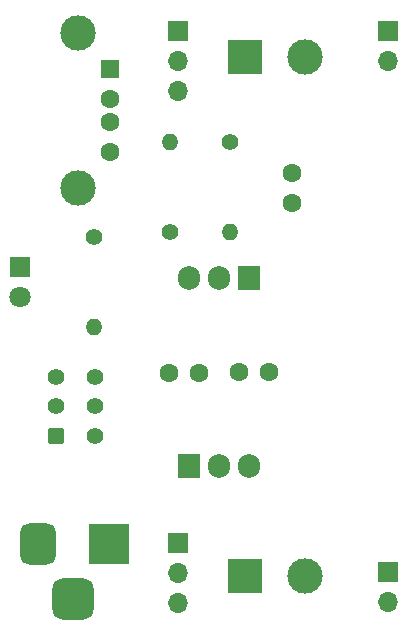
<source format=gbr>
%TF.GenerationSoftware,KiCad,Pcbnew,8.0.8*%
%TF.CreationDate,2025-01-22T21:37:19-04:00*%
%TF.ProjectId,Breadboard-3.3V-5V-power-supply,42726561-6462-46f6-9172-642d332e3356,1*%
%TF.SameCoordinates,Original*%
%TF.FileFunction,Soldermask,Bot*%
%TF.FilePolarity,Negative*%
%FSLAX46Y46*%
G04 Gerber Fmt 4.6, Leading zero omitted, Abs format (unit mm)*
G04 Created by KiCad (PCBNEW 8.0.8) date 2025-01-22 21:37:19*
%MOMM*%
%LPD*%
G01*
G04 APERTURE LIST*
G04 Aperture macros list*
%AMRoundRect*
0 Rectangle with rounded corners*
0 $1 Rounding radius*
0 $2 $3 $4 $5 $6 $7 $8 $9 X,Y pos of 4 corners*
0 Add a 4 corners polygon primitive as box body*
4,1,4,$2,$3,$4,$5,$6,$7,$8,$9,$2,$3,0*
0 Add four circle primitives for the rounded corners*
1,1,$1+$1,$2,$3*
1,1,$1+$1,$4,$5*
1,1,$1+$1,$6,$7*
1,1,$1+$1,$8,$9*
0 Add four rect primitives between the rounded corners*
20,1,$1+$1,$2,$3,$4,$5,0*
20,1,$1+$1,$4,$5,$6,$7,0*
20,1,$1+$1,$6,$7,$8,$9,0*
20,1,$1+$1,$8,$9,$2,$3,0*%
G04 Aperture macros list end*
%ADD10R,1.800000X1.800000*%
%ADD11C,1.800000*%
%ADD12C,1.400000*%
%ADD13O,1.400000X1.400000*%
%ADD14R,1.700000X1.700000*%
%ADD15O,1.700000X1.700000*%
%ADD16R,1.500000X1.600000*%
%ADD17C,1.600000*%
%ADD18C,3.000000*%
%ADD19R,1.905000X2.000000*%
%ADD20O,1.905000X2.000000*%
%ADD21RoundRect,0.250000X0.450000X-0.450000X0.450000X0.450000X-0.450000X0.450000X-0.450000X-0.450000X0*%
%ADD22R,3.000000X3.000000*%
%ADD23R,3.500000X3.500000*%
%ADD24RoundRect,0.750000X-0.750000X-1.000000X0.750000X-1.000000X0.750000X1.000000X-0.750000X1.000000X0*%
%ADD25RoundRect,0.875000X-0.875000X-0.875000X0.875000X-0.875000X0.875000X0.875000X-0.875000X0.875000X0*%
G04 APERTURE END LIST*
D10*
%TO.C,D1*%
X135310400Y-93570400D03*
D11*
X135310400Y-96110400D03*
%TD*%
D12*
%TO.C,R2*%
X147985000Y-90654400D03*
D13*
X147985000Y-83034400D03*
%TD*%
D14*
%TO.C,J6*%
X148620000Y-116932600D03*
D15*
X148620000Y-119472600D03*
X148620000Y-122012600D03*
%TD*%
D16*
%TO.C,J1*%
X142926400Y-76840200D03*
D17*
X142926400Y-79340200D03*
X142926400Y-81340200D03*
X142926400Y-83840200D03*
D18*
X140216400Y-73770200D03*
X140216400Y-86910200D03*
%TD*%
D19*
%TO.C,U1*%
X154665200Y-94540600D03*
D20*
X152125200Y-94540600D03*
X149585200Y-94540600D03*
%TD*%
D19*
%TO.C,U2*%
X149585200Y-110466400D03*
D20*
X152125200Y-110466400D03*
X154665200Y-110466400D03*
%TD*%
D17*
%TO.C,C3*%
X158348200Y-85650600D03*
X158348200Y-88150600D03*
%TD*%
D12*
%TO.C,R1*%
X141545400Y-91035400D03*
D13*
X141545400Y-98655400D03*
%TD*%
D21*
%TO.C,SW1*%
X138345400Y-107897200D03*
D12*
X138345400Y-105397200D03*
X138345400Y-102897200D03*
X141645400Y-102897200D03*
X141645400Y-105397200D03*
X141645400Y-107897200D03*
%TD*%
D22*
%TO.C,J8*%
X154335000Y-119782600D03*
D18*
X159415000Y-119782600D03*
%TD*%
D14*
%TO.C,J3*%
X148620000Y-73636400D03*
D15*
X148620000Y-76176400D03*
X148620000Y-78716400D03*
%TD*%
D14*
%TO.C,J4*%
X166400000Y-73636400D03*
D15*
X166400000Y-76176400D03*
%TD*%
D14*
%TO.C,J7*%
X166400000Y-119432600D03*
D15*
X166400000Y-121972600D03*
%TD*%
D12*
%TO.C,R3*%
X153065000Y-83034400D03*
D13*
X153065000Y-90654400D03*
%TD*%
D22*
%TO.C,J5*%
X154335000Y-75836400D03*
D18*
X159415000Y-75836400D03*
%TD*%
D23*
%TO.C,J2*%
X142800600Y-117032600D03*
D24*
X136800600Y-117032600D03*
D25*
X139800600Y-121732600D03*
%TD*%
D17*
%TO.C,C1*%
X147923400Y-102617800D03*
X150423400Y-102617800D03*
%TD*%
%TO.C,C2*%
X156323400Y-102516200D03*
X153823400Y-102516200D03*
%TD*%
M02*

</source>
